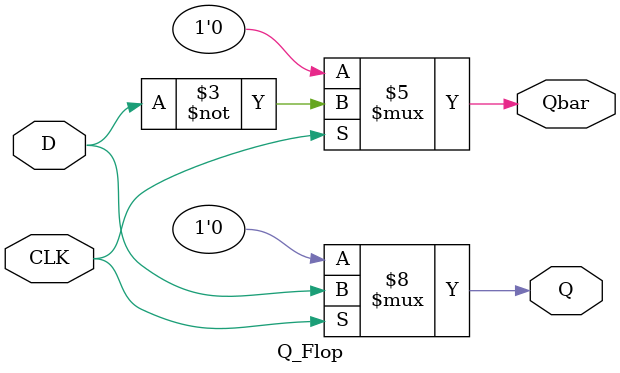
<source format=v>
`timescale 1ns/10ps
module Q_Flop(CLK, D, Q, Qbar);
	input CLK, D;
	output Q, Qbar;
	reg Q, Qbar;

	always @(CLK)
	begin
		if (CLK == 1)
		begin
			Q <= D;
			Qbar <= ~D;
		end
		else
		begin
			Q <= 0;
			Qbar <= 0;
		end
	end
endmodule

</source>
